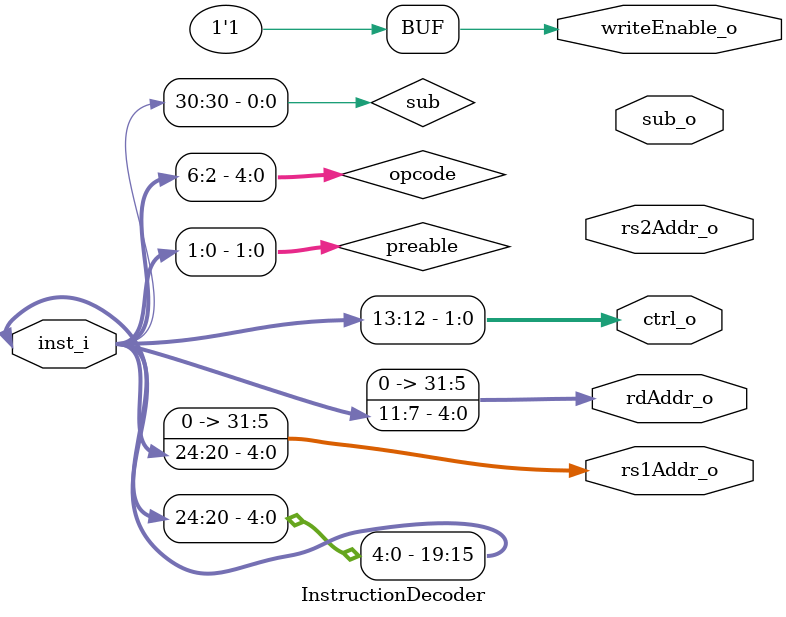
<source format=v>
`timescale 1ns / 1ps


module InstructionDecoder #(
    parameter BUS_WIDTH = 32,
    parameter CTRL_WIDTH = 2
)(
    input [BUS_WIDTH - 1:0] inst_i,
    output [BUS_WIDTH - 1:0] rs1Addr_o,
    output [BUS_WIDTH - 1:0] rs2Addr_o,
    output [BUS_WIDTH - 1:0] rdAddr_o,
    output [CTRL_WIDTH - 1:0] ctrl_o,
    output sub_o,
    output writeEnable_o
);
    wire [1:0] preable = inst_i[1:0];
    wire [4:0] opcode = inst_i[6:2];
    
    assign sub = inst_i[30];
    assign rs1Addr_o = inst_i[19:15];
    assign rs1Addr_o = inst_i[24:20];
    assign rdAddr_o = inst_i[7:11];
    // Change to 14:12 later
    assign ctrl_o = inst_i[13:12];
    
    assign writeEnable_o = 1;
endmodule

</source>
